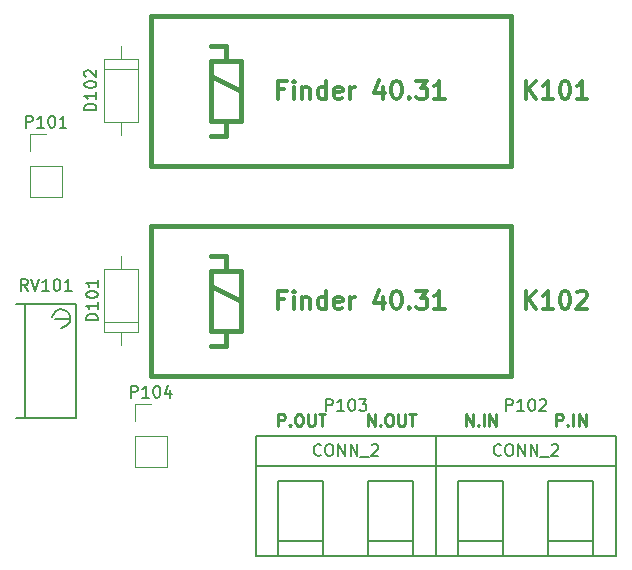
<source format=gto>
G04 #@! TF.FileFunction,Legend,Top*
%FSLAX46Y46*%
G04 Gerber Fmt 4.6, Leading zero omitted, Abs format (unit mm)*
G04 Created by KiCad (PCBNEW 4.0.4+e1-6308~48~ubuntu15.10.1-stable) date Tue Jan 24 12:24:32 2017*
%MOMM*%
%LPD*%
G01*
G04 APERTURE LIST*
%ADD10C,0.100000*%
%ADD11C,0.250000*%
%ADD12C,0.120000*%
%ADD13C,0.381000*%
%ADD14C,0.150000*%
%ADD15C,0.304800*%
G04 APERTURE END LIST*
D10*
D11*
X144097619Y-108402381D02*
X144097619Y-107402381D01*
X144669048Y-108402381D01*
X144669048Y-107402381D01*
X145145238Y-108307143D02*
X145192857Y-108354762D01*
X145145238Y-108402381D01*
X145097619Y-108354762D01*
X145145238Y-108307143D01*
X145145238Y-108402381D01*
X145811904Y-107402381D02*
X146002381Y-107402381D01*
X146097619Y-107450000D01*
X146192857Y-107545238D01*
X146240476Y-107735714D01*
X146240476Y-108069048D01*
X146192857Y-108259524D01*
X146097619Y-108354762D01*
X146002381Y-108402381D01*
X145811904Y-108402381D01*
X145716666Y-108354762D01*
X145621428Y-108259524D01*
X145573809Y-108069048D01*
X145573809Y-107735714D01*
X145621428Y-107545238D01*
X145716666Y-107450000D01*
X145811904Y-107402381D01*
X146669047Y-107402381D02*
X146669047Y-108211905D01*
X146716666Y-108307143D01*
X146764285Y-108354762D01*
X146859523Y-108402381D01*
X147050000Y-108402381D01*
X147145238Y-108354762D01*
X147192857Y-108307143D01*
X147240476Y-108211905D01*
X147240476Y-107402381D01*
X147573809Y-107402381D02*
X148145238Y-107402381D01*
X147859523Y-108402381D02*
X147859523Y-107402381D01*
X152384286Y-108402381D02*
X152384286Y-107402381D01*
X152955715Y-108402381D01*
X152955715Y-107402381D01*
X153431905Y-108307143D02*
X153479524Y-108354762D01*
X153431905Y-108402381D01*
X153384286Y-108354762D01*
X153431905Y-108307143D01*
X153431905Y-108402381D01*
X153908095Y-108402381D02*
X153908095Y-107402381D01*
X154384285Y-108402381D02*
X154384285Y-107402381D01*
X154955714Y-108402381D01*
X154955714Y-107402381D01*
X136501429Y-108402381D02*
X136501429Y-107402381D01*
X136882382Y-107402381D01*
X136977620Y-107450000D01*
X137025239Y-107497619D01*
X137072858Y-107592857D01*
X137072858Y-107735714D01*
X137025239Y-107830952D01*
X136977620Y-107878571D01*
X136882382Y-107926190D01*
X136501429Y-107926190D01*
X137501429Y-108307143D02*
X137549048Y-108354762D01*
X137501429Y-108402381D01*
X137453810Y-108354762D01*
X137501429Y-108307143D01*
X137501429Y-108402381D01*
X138168095Y-107402381D02*
X138358572Y-107402381D01*
X138453810Y-107450000D01*
X138549048Y-107545238D01*
X138596667Y-107735714D01*
X138596667Y-108069048D01*
X138549048Y-108259524D01*
X138453810Y-108354762D01*
X138358572Y-108402381D01*
X138168095Y-108402381D01*
X138072857Y-108354762D01*
X137977619Y-108259524D01*
X137930000Y-108069048D01*
X137930000Y-107735714D01*
X137977619Y-107545238D01*
X138072857Y-107450000D01*
X138168095Y-107402381D01*
X139025238Y-107402381D02*
X139025238Y-108211905D01*
X139072857Y-108307143D01*
X139120476Y-108354762D01*
X139215714Y-108402381D01*
X139406191Y-108402381D01*
X139501429Y-108354762D01*
X139549048Y-108307143D01*
X139596667Y-108211905D01*
X139596667Y-107402381D01*
X139930000Y-107402381D02*
X140501429Y-107402381D01*
X140215714Y-108402381D02*
X140215714Y-107402381D01*
X160028096Y-108402381D02*
X160028096Y-107402381D01*
X160409049Y-107402381D01*
X160504287Y-107450000D01*
X160551906Y-107497619D01*
X160599525Y-107592857D01*
X160599525Y-107735714D01*
X160551906Y-107830952D01*
X160504287Y-107878571D01*
X160409049Y-107926190D01*
X160028096Y-107926190D01*
X161028096Y-108307143D02*
X161075715Y-108354762D01*
X161028096Y-108402381D01*
X160980477Y-108354762D01*
X161028096Y-108307143D01*
X161028096Y-108402381D01*
X161504286Y-108402381D02*
X161504286Y-107402381D01*
X161980476Y-108402381D02*
X161980476Y-107402381D01*
X162551905Y-108402381D01*
X162551905Y-107402381D01*
D12*
X124600000Y-77350000D02*
X121780000Y-77350000D01*
X121780000Y-77350000D02*
X121780000Y-82670000D01*
X121780000Y-82670000D02*
X124600000Y-82670000D01*
X124600000Y-82670000D02*
X124600000Y-77350000D01*
X123190000Y-76210000D02*
X123190000Y-77350000D01*
X123190000Y-83810000D02*
X123190000Y-82670000D01*
X124600000Y-78190000D02*
X121780000Y-78190000D01*
D13*
X130810000Y-78740000D02*
X133350000Y-80010000D01*
X132080000Y-82550000D02*
X132080000Y-83820000D01*
X132080000Y-83820000D02*
X130810000Y-83820000D01*
X130810000Y-76200000D02*
X132080000Y-76200000D01*
X132080000Y-76200000D02*
X132080000Y-77470000D01*
X132080000Y-77470000D02*
X133350000Y-77470000D01*
X133350000Y-77470000D02*
X133350000Y-82550000D01*
X133350000Y-82550000D02*
X130810000Y-82550000D01*
X130810000Y-82550000D02*
X130810000Y-77470000D01*
X130810000Y-77470000D02*
X132080000Y-77470000D01*
X125730000Y-73660000D02*
X156210000Y-73660000D01*
X156210000Y-73660000D02*
X156210000Y-86360000D01*
X156210000Y-86360000D02*
X125730000Y-86360000D01*
X125730000Y-86360000D02*
X125730000Y-73660000D01*
X130810000Y-96520000D02*
X133350000Y-97790000D01*
X132080000Y-100330000D02*
X132080000Y-101600000D01*
X132080000Y-101600000D02*
X130810000Y-101600000D01*
X130810000Y-93980000D02*
X132080000Y-93980000D01*
X132080000Y-93980000D02*
X132080000Y-95250000D01*
X132080000Y-95250000D02*
X133350000Y-95250000D01*
X133350000Y-95250000D02*
X133350000Y-100330000D01*
X133350000Y-100330000D02*
X130810000Y-100330000D01*
X130810000Y-100330000D02*
X130810000Y-95250000D01*
X130810000Y-95250000D02*
X132080000Y-95250000D01*
X125730000Y-91440000D02*
X156210000Y-91440000D01*
X156210000Y-91440000D02*
X156210000Y-104140000D01*
X156210000Y-104140000D02*
X125730000Y-104140000D01*
X125730000Y-104140000D02*
X125730000Y-91440000D01*
D12*
X115450000Y-86360000D02*
X115450000Y-89020000D01*
X115450000Y-89020000D02*
X118230000Y-89020000D01*
X118230000Y-89020000D02*
X118230000Y-86360000D01*
X118230000Y-86360000D02*
X115450000Y-86360000D01*
X115450000Y-85090000D02*
X115450000Y-83700000D01*
X115450000Y-83700000D02*
X116840000Y-83700000D01*
D14*
X159385000Y-118110000D02*
X163195000Y-118110000D01*
X159385000Y-119380000D02*
X159385000Y-113030000D01*
X159385000Y-113030000D02*
X163195000Y-113030000D01*
X163195000Y-113030000D02*
X163195000Y-119380000D01*
X151765000Y-118110000D02*
X155575000Y-118110000D01*
X151765000Y-119380000D02*
X151765000Y-113030000D01*
X151765000Y-113030000D02*
X155575000Y-113030000D01*
X155575000Y-113030000D02*
X155575000Y-119380000D01*
X149860000Y-109220000D02*
X149860000Y-119380000D01*
X165100000Y-109220000D02*
X165100000Y-119380000D01*
X165100000Y-111760000D02*
X149860000Y-111760000D01*
X149860000Y-109220000D02*
X165100000Y-109220000D01*
X165100000Y-119380000D02*
X149860000Y-119380000D01*
X144145000Y-118110000D02*
X147955000Y-118110000D01*
X144145000Y-119380000D02*
X144145000Y-113030000D01*
X144145000Y-113030000D02*
X147955000Y-113030000D01*
X147955000Y-113030000D02*
X147955000Y-119380000D01*
X136525000Y-118110000D02*
X140335000Y-118110000D01*
X136525000Y-119380000D02*
X136525000Y-113030000D01*
X136525000Y-113030000D02*
X140335000Y-113030000D01*
X140335000Y-113030000D02*
X140335000Y-119380000D01*
X134620000Y-109220000D02*
X134620000Y-119380000D01*
X149860000Y-109220000D02*
X149860000Y-119380000D01*
X149860000Y-111760000D02*
X134620000Y-111760000D01*
X134620000Y-109220000D02*
X149860000Y-109220000D01*
X149860000Y-119380000D02*
X134620000Y-119380000D01*
X118872000Y-99314000D02*
X117602000Y-99314000D01*
X118122700Y-100101400D02*
X118376700Y-100063300D01*
X118376700Y-100063300D02*
X118656100Y-99885500D01*
X118656100Y-99885500D02*
X118872000Y-99568000D01*
X118872000Y-99568000D02*
X118884700Y-99123500D01*
X118884700Y-99123500D02*
X118681500Y-98767900D01*
X118681500Y-98767900D02*
X118389400Y-98590100D01*
X118389400Y-98590100D02*
X118071900Y-98539300D01*
X118071900Y-98539300D02*
X117665500Y-98640900D01*
X117665500Y-98640900D02*
X117411500Y-98983800D01*
X117411500Y-98983800D02*
X117322600Y-99161600D01*
X115062000Y-107696000D02*
X115062000Y-98044000D01*
X118110000Y-98044000D02*
X119380000Y-98044000D01*
X119380000Y-98044000D02*
X119380000Y-107696000D01*
X119380000Y-107696000D02*
X114300000Y-107696000D01*
X114300000Y-98044000D02*
X116840000Y-98044000D01*
X116840000Y-98044000D02*
X118110000Y-98044000D01*
D12*
X121780000Y-100450000D02*
X124600000Y-100450000D01*
X124600000Y-100450000D02*
X124600000Y-95130000D01*
X124600000Y-95130000D02*
X121780000Y-95130000D01*
X121780000Y-95130000D02*
X121780000Y-100450000D01*
X123190000Y-101590000D02*
X123190000Y-100450000D01*
X123190000Y-93990000D02*
X123190000Y-95130000D01*
X121780000Y-99610000D02*
X124600000Y-99610000D01*
X124340000Y-109220000D02*
X124340000Y-111880000D01*
X124340000Y-111880000D02*
X127120000Y-111880000D01*
X127120000Y-111880000D02*
X127120000Y-109220000D01*
X127120000Y-109220000D02*
X124340000Y-109220000D01*
X124340000Y-107950000D02*
X124340000Y-106560000D01*
X124340000Y-106560000D02*
X125730000Y-106560000D01*
D14*
X121102381Y-81700476D02*
X120102381Y-81700476D01*
X120102381Y-81462381D01*
X120150000Y-81319523D01*
X120245238Y-81224285D01*
X120340476Y-81176666D01*
X120530952Y-81129047D01*
X120673810Y-81129047D01*
X120864286Y-81176666D01*
X120959524Y-81224285D01*
X121054762Y-81319523D01*
X121102381Y-81462381D01*
X121102381Y-81700476D01*
X121102381Y-80176666D02*
X121102381Y-80748095D01*
X121102381Y-80462381D02*
X120102381Y-80462381D01*
X120245238Y-80557619D01*
X120340476Y-80652857D01*
X120388095Y-80748095D01*
X120102381Y-79557619D02*
X120102381Y-79462380D01*
X120150000Y-79367142D01*
X120197619Y-79319523D01*
X120292857Y-79271904D01*
X120483333Y-79224285D01*
X120721429Y-79224285D01*
X120911905Y-79271904D01*
X121007143Y-79319523D01*
X121054762Y-79367142D01*
X121102381Y-79462380D01*
X121102381Y-79557619D01*
X121054762Y-79652857D01*
X121007143Y-79700476D01*
X120911905Y-79748095D01*
X120721429Y-79795714D01*
X120483333Y-79795714D01*
X120292857Y-79748095D01*
X120197619Y-79700476D01*
X120150000Y-79652857D01*
X120102381Y-79557619D01*
X120197619Y-78843333D02*
X120150000Y-78795714D01*
X120102381Y-78700476D01*
X120102381Y-78462380D01*
X120150000Y-78367142D01*
X120197619Y-78319523D01*
X120292857Y-78271904D01*
X120388095Y-78271904D01*
X120530952Y-78319523D01*
X121102381Y-78890952D01*
X121102381Y-78271904D01*
D15*
X157443714Y-80699429D02*
X157443714Y-79175429D01*
X158314571Y-80699429D02*
X157661428Y-79828571D01*
X158314571Y-79175429D02*
X157443714Y-80046286D01*
X159766000Y-80699429D02*
X158895143Y-80699429D01*
X159330571Y-80699429D02*
X159330571Y-79175429D01*
X159185428Y-79393143D01*
X159040286Y-79538286D01*
X158895143Y-79610857D01*
X160709429Y-79175429D02*
X160854572Y-79175429D01*
X160999715Y-79248000D01*
X161072286Y-79320571D01*
X161144857Y-79465714D01*
X161217429Y-79756000D01*
X161217429Y-80118857D01*
X161144857Y-80409143D01*
X161072286Y-80554286D01*
X160999715Y-80626857D01*
X160854572Y-80699429D01*
X160709429Y-80699429D01*
X160564286Y-80626857D01*
X160491715Y-80554286D01*
X160419143Y-80409143D01*
X160346572Y-80118857D01*
X160346572Y-79756000D01*
X160419143Y-79465714D01*
X160491715Y-79320571D01*
X160564286Y-79248000D01*
X160709429Y-79175429D01*
X162668858Y-80699429D02*
X161798001Y-80699429D01*
X162233429Y-80699429D02*
X162233429Y-79175429D01*
X162088286Y-79393143D01*
X161943144Y-79538286D01*
X161798001Y-79610857D01*
X137014856Y-79901143D02*
X136506856Y-79901143D01*
X136506856Y-80699429D02*
X136506856Y-79175429D01*
X137232570Y-79175429D01*
X137813142Y-80699429D02*
X137813142Y-79683429D01*
X137813142Y-79175429D02*
X137740571Y-79248000D01*
X137813142Y-79320571D01*
X137885714Y-79248000D01*
X137813142Y-79175429D01*
X137813142Y-79320571D01*
X138538856Y-79683429D02*
X138538856Y-80699429D01*
X138538856Y-79828571D02*
X138611428Y-79756000D01*
X138756570Y-79683429D01*
X138974285Y-79683429D01*
X139119428Y-79756000D01*
X139191999Y-79901143D01*
X139191999Y-80699429D01*
X140570856Y-80699429D02*
X140570856Y-79175429D01*
X140570856Y-80626857D02*
X140425713Y-80699429D01*
X140135427Y-80699429D01*
X139990285Y-80626857D01*
X139917713Y-80554286D01*
X139845142Y-80409143D01*
X139845142Y-79973714D01*
X139917713Y-79828571D01*
X139990285Y-79756000D01*
X140135427Y-79683429D01*
X140425713Y-79683429D01*
X140570856Y-79756000D01*
X141877142Y-80626857D02*
X141731999Y-80699429D01*
X141441713Y-80699429D01*
X141296570Y-80626857D01*
X141223999Y-80481714D01*
X141223999Y-79901143D01*
X141296570Y-79756000D01*
X141441713Y-79683429D01*
X141731999Y-79683429D01*
X141877142Y-79756000D01*
X141949713Y-79901143D01*
X141949713Y-80046286D01*
X141223999Y-80191429D01*
X142602856Y-80699429D02*
X142602856Y-79683429D01*
X142602856Y-79973714D02*
X142675428Y-79828571D01*
X142747999Y-79756000D01*
X142893142Y-79683429D01*
X143038285Y-79683429D01*
X145360571Y-79683429D02*
X145360571Y-80699429D01*
X144997714Y-79102857D02*
X144634857Y-80191429D01*
X145578285Y-80191429D01*
X146449143Y-79175429D02*
X146594286Y-79175429D01*
X146739429Y-79248000D01*
X146812000Y-79320571D01*
X146884571Y-79465714D01*
X146957143Y-79756000D01*
X146957143Y-80118857D01*
X146884571Y-80409143D01*
X146812000Y-80554286D01*
X146739429Y-80626857D01*
X146594286Y-80699429D01*
X146449143Y-80699429D01*
X146304000Y-80626857D01*
X146231429Y-80554286D01*
X146158857Y-80409143D01*
X146086286Y-80118857D01*
X146086286Y-79756000D01*
X146158857Y-79465714D01*
X146231429Y-79320571D01*
X146304000Y-79248000D01*
X146449143Y-79175429D01*
X147610286Y-80554286D02*
X147682858Y-80626857D01*
X147610286Y-80699429D01*
X147537715Y-80626857D01*
X147610286Y-80554286D01*
X147610286Y-80699429D01*
X148190857Y-79175429D02*
X149134286Y-79175429D01*
X148626286Y-79756000D01*
X148844000Y-79756000D01*
X148989143Y-79828571D01*
X149061714Y-79901143D01*
X149134286Y-80046286D01*
X149134286Y-80409143D01*
X149061714Y-80554286D01*
X148989143Y-80626857D01*
X148844000Y-80699429D01*
X148408572Y-80699429D01*
X148263429Y-80626857D01*
X148190857Y-80554286D01*
X150585715Y-80699429D02*
X149714858Y-80699429D01*
X150150286Y-80699429D02*
X150150286Y-79175429D01*
X150005143Y-79393143D01*
X149860001Y-79538286D01*
X149714858Y-79610857D01*
X157443714Y-98479429D02*
X157443714Y-96955429D01*
X158314571Y-98479429D02*
X157661428Y-97608571D01*
X158314571Y-96955429D02*
X157443714Y-97826286D01*
X159766000Y-98479429D02*
X158895143Y-98479429D01*
X159330571Y-98479429D02*
X159330571Y-96955429D01*
X159185428Y-97173143D01*
X159040286Y-97318286D01*
X158895143Y-97390857D01*
X160709429Y-96955429D02*
X160854572Y-96955429D01*
X160999715Y-97028000D01*
X161072286Y-97100571D01*
X161144857Y-97245714D01*
X161217429Y-97536000D01*
X161217429Y-97898857D01*
X161144857Y-98189143D01*
X161072286Y-98334286D01*
X160999715Y-98406857D01*
X160854572Y-98479429D01*
X160709429Y-98479429D01*
X160564286Y-98406857D01*
X160491715Y-98334286D01*
X160419143Y-98189143D01*
X160346572Y-97898857D01*
X160346572Y-97536000D01*
X160419143Y-97245714D01*
X160491715Y-97100571D01*
X160564286Y-97028000D01*
X160709429Y-96955429D01*
X161798001Y-97100571D02*
X161870572Y-97028000D01*
X162015715Y-96955429D01*
X162378572Y-96955429D01*
X162523715Y-97028000D01*
X162596286Y-97100571D01*
X162668858Y-97245714D01*
X162668858Y-97390857D01*
X162596286Y-97608571D01*
X161725429Y-98479429D01*
X162668858Y-98479429D01*
X137014856Y-97681143D02*
X136506856Y-97681143D01*
X136506856Y-98479429D02*
X136506856Y-96955429D01*
X137232570Y-96955429D01*
X137813142Y-98479429D02*
X137813142Y-97463429D01*
X137813142Y-96955429D02*
X137740571Y-97028000D01*
X137813142Y-97100571D01*
X137885714Y-97028000D01*
X137813142Y-96955429D01*
X137813142Y-97100571D01*
X138538856Y-97463429D02*
X138538856Y-98479429D01*
X138538856Y-97608571D02*
X138611428Y-97536000D01*
X138756570Y-97463429D01*
X138974285Y-97463429D01*
X139119428Y-97536000D01*
X139191999Y-97681143D01*
X139191999Y-98479429D01*
X140570856Y-98479429D02*
X140570856Y-96955429D01*
X140570856Y-98406857D02*
X140425713Y-98479429D01*
X140135427Y-98479429D01*
X139990285Y-98406857D01*
X139917713Y-98334286D01*
X139845142Y-98189143D01*
X139845142Y-97753714D01*
X139917713Y-97608571D01*
X139990285Y-97536000D01*
X140135427Y-97463429D01*
X140425713Y-97463429D01*
X140570856Y-97536000D01*
X141877142Y-98406857D02*
X141731999Y-98479429D01*
X141441713Y-98479429D01*
X141296570Y-98406857D01*
X141223999Y-98261714D01*
X141223999Y-97681143D01*
X141296570Y-97536000D01*
X141441713Y-97463429D01*
X141731999Y-97463429D01*
X141877142Y-97536000D01*
X141949713Y-97681143D01*
X141949713Y-97826286D01*
X141223999Y-97971429D01*
X142602856Y-98479429D02*
X142602856Y-97463429D01*
X142602856Y-97753714D02*
X142675428Y-97608571D01*
X142747999Y-97536000D01*
X142893142Y-97463429D01*
X143038285Y-97463429D01*
X145360571Y-97463429D02*
X145360571Y-98479429D01*
X144997714Y-96882857D02*
X144634857Y-97971429D01*
X145578285Y-97971429D01*
X146449143Y-96955429D02*
X146594286Y-96955429D01*
X146739429Y-97028000D01*
X146812000Y-97100571D01*
X146884571Y-97245714D01*
X146957143Y-97536000D01*
X146957143Y-97898857D01*
X146884571Y-98189143D01*
X146812000Y-98334286D01*
X146739429Y-98406857D01*
X146594286Y-98479429D01*
X146449143Y-98479429D01*
X146304000Y-98406857D01*
X146231429Y-98334286D01*
X146158857Y-98189143D01*
X146086286Y-97898857D01*
X146086286Y-97536000D01*
X146158857Y-97245714D01*
X146231429Y-97100571D01*
X146304000Y-97028000D01*
X146449143Y-96955429D01*
X147610286Y-98334286D02*
X147682858Y-98406857D01*
X147610286Y-98479429D01*
X147537715Y-98406857D01*
X147610286Y-98334286D01*
X147610286Y-98479429D01*
X148190857Y-96955429D02*
X149134286Y-96955429D01*
X148626286Y-97536000D01*
X148844000Y-97536000D01*
X148989143Y-97608571D01*
X149061714Y-97681143D01*
X149134286Y-97826286D01*
X149134286Y-98189143D01*
X149061714Y-98334286D01*
X148989143Y-98406857D01*
X148844000Y-98479429D01*
X148408572Y-98479429D01*
X148263429Y-98406857D01*
X148190857Y-98334286D01*
X150585715Y-98479429D02*
X149714858Y-98479429D01*
X150150286Y-98479429D02*
X150150286Y-96955429D01*
X150005143Y-97173143D01*
X149860001Y-97318286D01*
X149714858Y-97390857D01*
D14*
X115149524Y-83152381D02*
X115149524Y-82152381D01*
X115530477Y-82152381D01*
X115625715Y-82200000D01*
X115673334Y-82247619D01*
X115720953Y-82342857D01*
X115720953Y-82485714D01*
X115673334Y-82580952D01*
X115625715Y-82628571D01*
X115530477Y-82676190D01*
X115149524Y-82676190D01*
X116673334Y-83152381D02*
X116101905Y-83152381D01*
X116387619Y-83152381D02*
X116387619Y-82152381D01*
X116292381Y-82295238D01*
X116197143Y-82390476D01*
X116101905Y-82438095D01*
X117292381Y-82152381D02*
X117387620Y-82152381D01*
X117482858Y-82200000D01*
X117530477Y-82247619D01*
X117578096Y-82342857D01*
X117625715Y-82533333D01*
X117625715Y-82771429D01*
X117578096Y-82961905D01*
X117530477Y-83057143D01*
X117482858Y-83104762D01*
X117387620Y-83152381D01*
X117292381Y-83152381D01*
X117197143Y-83104762D01*
X117149524Y-83057143D01*
X117101905Y-82961905D01*
X117054286Y-82771429D01*
X117054286Y-82533333D01*
X117101905Y-82342857D01*
X117149524Y-82247619D01*
X117197143Y-82200000D01*
X117292381Y-82152381D01*
X118578096Y-83152381D02*
X118006667Y-83152381D01*
X118292381Y-83152381D02*
X118292381Y-82152381D01*
X118197143Y-82295238D01*
X118101905Y-82390476D01*
X118006667Y-82438095D01*
X155789524Y-107132381D02*
X155789524Y-106132381D01*
X156170477Y-106132381D01*
X156265715Y-106180000D01*
X156313334Y-106227619D01*
X156360953Y-106322857D01*
X156360953Y-106465714D01*
X156313334Y-106560952D01*
X156265715Y-106608571D01*
X156170477Y-106656190D01*
X155789524Y-106656190D01*
X157313334Y-107132381D02*
X156741905Y-107132381D01*
X157027619Y-107132381D02*
X157027619Y-106132381D01*
X156932381Y-106275238D01*
X156837143Y-106370476D01*
X156741905Y-106418095D01*
X157932381Y-106132381D02*
X158027620Y-106132381D01*
X158122858Y-106180000D01*
X158170477Y-106227619D01*
X158218096Y-106322857D01*
X158265715Y-106513333D01*
X158265715Y-106751429D01*
X158218096Y-106941905D01*
X158170477Y-107037143D01*
X158122858Y-107084762D01*
X158027620Y-107132381D01*
X157932381Y-107132381D01*
X157837143Y-107084762D01*
X157789524Y-107037143D01*
X157741905Y-106941905D01*
X157694286Y-106751429D01*
X157694286Y-106513333D01*
X157741905Y-106322857D01*
X157789524Y-106227619D01*
X157837143Y-106180000D01*
X157932381Y-106132381D01*
X158646667Y-106227619D02*
X158694286Y-106180000D01*
X158789524Y-106132381D01*
X159027620Y-106132381D01*
X159122858Y-106180000D01*
X159170477Y-106227619D01*
X159218096Y-106322857D01*
X159218096Y-106418095D01*
X159170477Y-106560952D01*
X158599048Y-107132381D01*
X159218096Y-107132381D01*
X155360953Y-110847143D02*
X155313334Y-110894762D01*
X155170477Y-110942381D01*
X155075239Y-110942381D01*
X154932381Y-110894762D01*
X154837143Y-110799524D01*
X154789524Y-110704286D01*
X154741905Y-110513810D01*
X154741905Y-110370952D01*
X154789524Y-110180476D01*
X154837143Y-110085238D01*
X154932381Y-109990000D01*
X155075239Y-109942381D01*
X155170477Y-109942381D01*
X155313334Y-109990000D01*
X155360953Y-110037619D01*
X155980000Y-109942381D02*
X156170477Y-109942381D01*
X156265715Y-109990000D01*
X156360953Y-110085238D01*
X156408572Y-110275714D01*
X156408572Y-110609048D01*
X156360953Y-110799524D01*
X156265715Y-110894762D01*
X156170477Y-110942381D01*
X155980000Y-110942381D01*
X155884762Y-110894762D01*
X155789524Y-110799524D01*
X155741905Y-110609048D01*
X155741905Y-110275714D01*
X155789524Y-110085238D01*
X155884762Y-109990000D01*
X155980000Y-109942381D01*
X156837143Y-110942381D02*
X156837143Y-109942381D01*
X157408572Y-110942381D01*
X157408572Y-109942381D01*
X157884762Y-110942381D02*
X157884762Y-109942381D01*
X158456191Y-110942381D01*
X158456191Y-109942381D01*
X158694286Y-111037619D02*
X159456191Y-111037619D01*
X159646667Y-110037619D02*
X159694286Y-109990000D01*
X159789524Y-109942381D01*
X160027620Y-109942381D01*
X160122858Y-109990000D01*
X160170477Y-110037619D01*
X160218096Y-110132857D01*
X160218096Y-110228095D01*
X160170477Y-110370952D01*
X159599048Y-110942381D01*
X160218096Y-110942381D01*
X140549524Y-107132381D02*
X140549524Y-106132381D01*
X140930477Y-106132381D01*
X141025715Y-106180000D01*
X141073334Y-106227619D01*
X141120953Y-106322857D01*
X141120953Y-106465714D01*
X141073334Y-106560952D01*
X141025715Y-106608571D01*
X140930477Y-106656190D01*
X140549524Y-106656190D01*
X142073334Y-107132381D02*
X141501905Y-107132381D01*
X141787619Y-107132381D02*
X141787619Y-106132381D01*
X141692381Y-106275238D01*
X141597143Y-106370476D01*
X141501905Y-106418095D01*
X142692381Y-106132381D02*
X142787620Y-106132381D01*
X142882858Y-106180000D01*
X142930477Y-106227619D01*
X142978096Y-106322857D01*
X143025715Y-106513333D01*
X143025715Y-106751429D01*
X142978096Y-106941905D01*
X142930477Y-107037143D01*
X142882858Y-107084762D01*
X142787620Y-107132381D01*
X142692381Y-107132381D01*
X142597143Y-107084762D01*
X142549524Y-107037143D01*
X142501905Y-106941905D01*
X142454286Y-106751429D01*
X142454286Y-106513333D01*
X142501905Y-106322857D01*
X142549524Y-106227619D01*
X142597143Y-106180000D01*
X142692381Y-106132381D01*
X143359048Y-106132381D02*
X143978096Y-106132381D01*
X143644762Y-106513333D01*
X143787620Y-106513333D01*
X143882858Y-106560952D01*
X143930477Y-106608571D01*
X143978096Y-106703810D01*
X143978096Y-106941905D01*
X143930477Y-107037143D01*
X143882858Y-107084762D01*
X143787620Y-107132381D01*
X143501905Y-107132381D01*
X143406667Y-107084762D01*
X143359048Y-107037143D01*
X140120953Y-110847143D02*
X140073334Y-110894762D01*
X139930477Y-110942381D01*
X139835239Y-110942381D01*
X139692381Y-110894762D01*
X139597143Y-110799524D01*
X139549524Y-110704286D01*
X139501905Y-110513810D01*
X139501905Y-110370952D01*
X139549524Y-110180476D01*
X139597143Y-110085238D01*
X139692381Y-109990000D01*
X139835239Y-109942381D01*
X139930477Y-109942381D01*
X140073334Y-109990000D01*
X140120953Y-110037619D01*
X140740000Y-109942381D02*
X140930477Y-109942381D01*
X141025715Y-109990000D01*
X141120953Y-110085238D01*
X141168572Y-110275714D01*
X141168572Y-110609048D01*
X141120953Y-110799524D01*
X141025715Y-110894762D01*
X140930477Y-110942381D01*
X140740000Y-110942381D01*
X140644762Y-110894762D01*
X140549524Y-110799524D01*
X140501905Y-110609048D01*
X140501905Y-110275714D01*
X140549524Y-110085238D01*
X140644762Y-109990000D01*
X140740000Y-109942381D01*
X141597143Y-110942381D02*
X141597143Y-109942381D01*
X142168572Y-110942381D01*
X142168572Y-109942381D01*
X142644762Y-110942381D02*
X142644762Y-109942381D01*
X143216191Y-110942381D01*
X143216191Y-109942381D01*
X143454286Y-111037619D02*
X144216191Y-111037619D01*
X144406667Y-110037619D02*
X144454286Y-109990000D01*
X144549524Y-109942381D01*
X144787620Y-109942381D01*
X144882858Y-109990000D01*
X144930477Y-110037619D01*
X144978096Y-110132857D01*
X144978096Y-110228095D01*
X144930477Y-110370952D01*
X144359048Y-110942381D01*
X144978096Y-110942381D01*
X115292381Y-96972381D02*
X114959047Y-96496190D01*
X114720952Y-96972381D02*
X114720952Y-95972381D01*
X115101905Y-95972381D01*
X115197143Y-96020000D01*
X115244762Y-96067619D01*
X115292381Y-96162857D01*
X115292381Y-96305714D01*
X115244762Y-96400952D01*
X115197143Y-96448571D01*
X115101905Y-96496190D01*
X114720952Y-96496190D01*
X115578095Y-95972381D02*
X115911428Y-96972381D01*
X116244762Y-95972381D01*
X117101905Y-96972381D02*
X116530476Y-96972381D01*
X116816190Y-96972381D02*
X116816190Y-95972381D01*
X116720952Y-96115238D01*
X116625714Y-96210476D01*
X116530476Y-96258095D01*
X117720952Y-95972381D02*
X117816191Y-95972381D01*
X117911429Y-96020000D01*
X117959048Y-96067619D01*
X118006667Y-96162857D01*
X118054286Y-96353333D01*
X118054286Y-96591429D01*
X118006667Y-96781905D01*
X117959048Y-96877143D01*
X117911429Y-96924762D01*
X117816191Y-96972381D01*
X117720952Y-96972381D01*
X117625714Y-96924762D01*
X117578095Y-96877143D01*
X117530476Y-96781905D01*
X117482857Y-96591429D01*
X117482857Y-96353333D01*
X117530476Y-96162857D01*
X117578095Y-96067619D01*
X117625714Y-96020000D01*
X117720952Y-95972381D01*
X119006667Y-96972381D02*
X118435238Y-96972381D01*
X118720952Y-96972381D02*
X118720952Y-95972381D01*
X118625714Y-96115238D01*
X118530476Y-96210476D01*
X118435238Y-96258095D01*
X121232381Y-99480476D02*
X120232381Y-99480476D01*
X120232381Y-99242381D01*
X120280000Y-99099523D01*
X120375238Y-99004285D01*
X120470476Y-98956666D01*
X120660952Y-98909047D01*
X120803810Y-98909047D01*
X120994286Y-98956666D01*
X121089524Y-99004285D01*
X121184762Y-99099523D01*
X121232381Y-99242381D01*
X121232381Y-99480476D01*
X121232381Y-97956666D02*
X121232381Y-98528095D01*
X121232381Y-98242381D02*
X120232381Y-98242381D01*
X120375238Y-98337619D01*
X120470476Y-98432857D01*
X120518095Y-98528095D01*
X120232381Y-97337619D02*
X120232381Y-97242380D01*
X120280000Y-97147142D01*
X120327619Y-97099523D01*
X120422857Y-97051904D01*
X120613333Y-97004285D01*
X120851429Y-97004285D01*
X121041905Y-97051904D01*
X121137143Y-97099523D01*
X121184762Y-97147142D01*
X121232381Y-97242380D01*
X121232381Y-97337619D01*
X121184762Y-97432857D01*
X121137143Y-97480476D01*
X121041905Y-97528095D01*
X120851429Y-97575714D01*
X120613333Y-97575714D01*
X120422857Y-97528095D01*
X120327619Y-97480476D01*
X120280000Y-97432857D01*
X120232381Y-97337619D01*
X121232381Y-96051904D02*
X121232381Y-96623333D01*
X121232381Y-96337619D02*
X120232381Y-96337619D01*
X120375238Y-96432857D01*
X120470476Y-96528095D01*
X120518095Y-96623333D01*
X124039524Y-106012381D02*
X124039524Y-105012381D01*
X124420477Y-105012381D01*
X124515715Y-105060000D01*
X124563334Y-105107619D01*
X124610953Y-105202857D01*
X124610953Y-105345714D01*
X124563334Y-105440952D01*
X124515715Y-105488571D01*
X124420477Y-105536190D01*
X124039524Y-105536190D01*
X125563334Y-106012381D02*
X124991905Y-106012381D01*
X125277619Y-106012381D02*
X125277619Y-105012381D01*
X125182381Y-105155238D01*
X125087143Y-105250476D01*
X124991905Y-105298095D01*
X126182381Y-105012381D02*
X126277620Y-105012381D01*
X126372858Y-105060000D01*
X126420477Y-105107619D01*
X126468096Y-105202857D01*
X126515715Y-105393333D01*
X126515715Y-105631429D01*
X126468096Y-105821905D01*
X126420477Y-105917143D01*
X126372858Y-105964762D01*
X126277620Y-106012381D01*
X126182381Y-106012381D01*
X126087143Y-105964762D01*
X126039524Y-105917143D01*
X125991905Y-105821905D01*
X125944286Y-105631429D01*
X125944286Y-105393333D01*
X125991905Y-105202857D01*
X126039524Y-105107619D01*
X126087143Y-105060000D01*
X126182381Y-105012381D01*
X127372858Y-105345714D02*
X127372858Y-106012381D01*
X127134762Y-104964762D02*
X126896667Y-105679048D01*
X127515715Y-105679048D01*
M02*

</source>
